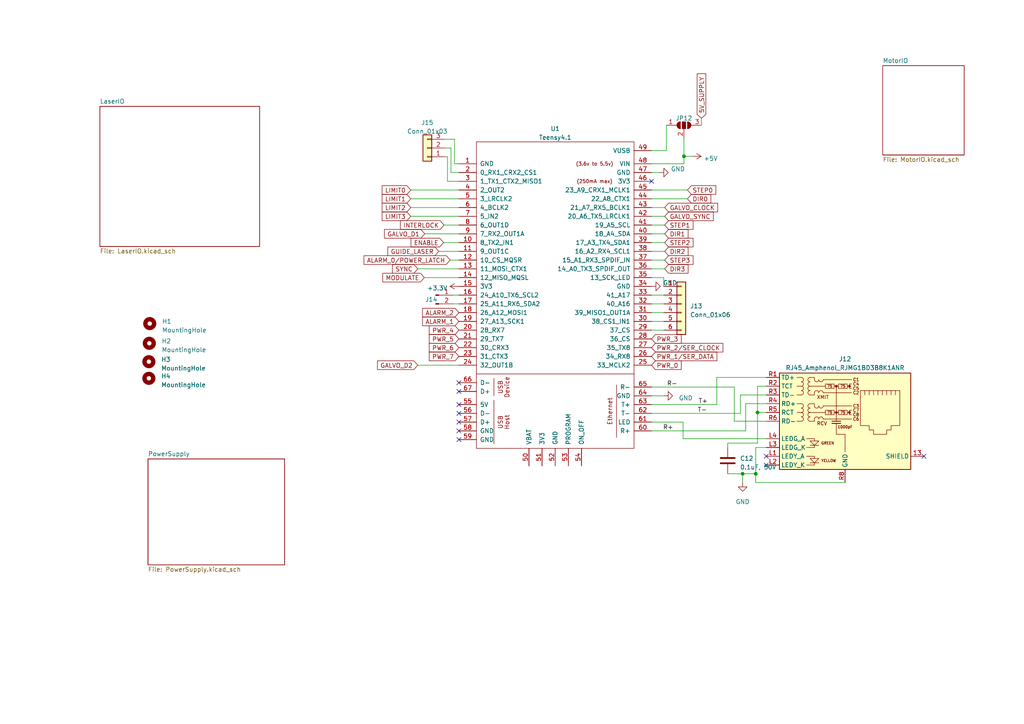
<source format=kicad_sch>
(kicad_sch (version 20230121) (generator eeschema)
  (paper "A4")
  (lib_symbols
    (symbol "LaserBoardR5:C" (pin_numbers hide) (pin_names (offset 0.254))
      (property "Reference" "C" (at 0.635 2.54 0))
      (property "Value" "C" (at 0.635 -2.54 0))
      (symbol "C_0_1"
        (polyline (pts (xy -2.032 -0.762) (xy 2.032 -0.762)) (stroke (width 0.508)))
        (polyline (pts (xy -2.032 0.762) (xy 2.032 0.762)) (stroke (width 0.508)))
      )
      (symbol "C_1_1"
        (pin passive line (at 0 3.81 270) (length 2.794) (name "~") (number "1"))
        (pin passive line (at 0 -3.81 90) (length 2.794) (name "~") (number "2"))
      )
    )
    (symbol "LaserBoardR5:Conn_01x02_Pin" (pin_names (offset 1.016) hide)
      (property "Reference" "J" (at 0 2.54 0))
      (property "Value" "Conn_01x02_Pin" (at 0 -5.08 0))
      (symbol "Conn_01x02_Pin_1_1"
        (polyline (pts (xy 1.27 -2.54) (xy 0.8636 -2.54)) (stroke (width 0.1524)))
        (polyline (pts (xy 1.27 0) (xy 0.8636 0)) (stroke (width 0.1524)))
        (rectangle (start 0.8636 -2.413) (end 0 -2.667) (stroke (width 0.1524)) (fill (type outline)))
        (rectangle (start 0.8636 0.127) (end 0 -0.127) (stroke (width 0.1524)) (fill (type outline)))
        (pin passive line (at 5.08 0 180) (length 3.81) (name "Pin_1") (number "1"))
        (pin passive line (at 5.08 -2.54 180) (length 3.81) (name "Pin_2") (number "2"))
      )
    )
    (symbol "LaserBoardR5:Conn_01x03" (pin_names (offset 1.016) hide)
      (property "Reference" "J" (at 0 5.08 0))
      (property "Value" "Conn_01x03" (at 0 -5.08 0))
      (symbol "Conn_01x03_1_1"
        (rectangle (start -1.27 -2.413) (end 0 -2.667) (stroke (width 0.1524)))
        (rectangle (start -1.27 0.127) (end 0 -0.127) (stroke (width 0.1524)))
        (rectangle (start -1.27 2.667) (end 0 2.413) (stroke (width 0.1524)))
        (rectangle (start -1.27 3.81) (end 1.27 -3.81) (stroke (width 0.254)) (fill (type background)))
        (pin passive line (at -5.08 2.54 0) (length 3.81) (name "Pin_1") (number "1"))
        (pin passive line (at -5.08 0 0) (length 3.81) (name "Pin_2") (number "2"))
        (pin passive line (at -5.08 -2.54 0) (length 3.81) (name "Pin_3") (number "3"))
      )
    )
    (symbol "LaserBoardR5:Conn_01x06" (pin_names (offset 1.016) hide)
      (property "Reference" "J" (at 0 7.62 0))
      (property "Value" "Conn_01x06" (at 0 -10.16 0))
      (symbol "Conn_01x06_1_1"
        (rectangle (start -1.27 -7.493) (end 0 -7.747) (stroke (width 0.1524)))
        (rectangle (start -1.27 -4.953) (end 0 -5.207) (stroke (width 0.1524)))
        (rectangle (start -1.27 -2.413) (end 0 -2.667) (stroke (width 0.1524)))
        (rectangle (start -1.27 0.127) (end 0 -0.127) (stroke (width 0.1524)))
        (rectangle (start -1.27 2.667) (end 0 2.413) (stroke (width 0.1524)))
        (rectangle (start -1.27 5.207) (end 0 4.953) (stroke (width 0.1524)))
        (rectangle (start -1.27 6.35) (end 1.27 -8.89) (stroke (width 0.254)) (fill (type background)))
        (pin passive line (at -5.08 5.08 0) (length 3.81) (name "Pin_1") (number "1"))
        (pin passive line (at -5.08 2.54 0) (length 3.81) (name "Pin_2") (number "2"))
        (pin passive line (at -5.08 0 0) (length 3.81) (name "Pin_3") (number "3"))
        (pin passive line (at -5.08 -2.54 0) (length 3.81) (name "Pin_4") (number "4"))
        (pin passive line (at -5.08 -5.08 0) (length 3.81) (name "Pin_5") (number "5"))
        (pin passive line (at -5.08 -7.62 0) (length 3.81) (name "Pin_6") (number "6"))
      )
    )
    (symbol "LaserBoardR5:MountingHole" (pin_names (offset 1.016))
      (property "Reference" "H" (at 0 5.08 0))
      (property "Value" "MountingHole" (at 0 3.175 0))
      (symbol "MountingHole_0_1"
        (circle (center 0 0) (radius 1.27) (stroke (width 1.27)))
      )
    )
    (symbol "LaserBoardR5:RJ45"
      (property "Reference" "J16" (at 0 18.034 0))
      (property "Value" "RJ45_Amphenol_RJMG1BD3B8K1ANR" (at 0 15.494 0))
      (symbol "RJ45_0_0"
        (circle (center -2.54 2.54) (radius 0.254) (stroke (width 0.254)) (fill (type outline)))
        (circle (center -2.54 10.16) (radius 0.254) (stroke (width 0.254)) (fill (type outline)))
        (polyline (pts (xy -7.62 -12.065) (xy -10.16 -12.065)))
        (polyline (pts (xy -7.62 -6.985) (xy -10.16 -6.985)))
        (polyline (pts (xy -2.54 10.16) (xy -2.54 0)))
        (polyline (pts (xy -1.27 -0.635) (xy -3.81 -0.635)) (stroke (width 0.254)))
        (polyline (pts (xy -1.27 0) (xy -3.81 0)) (stroke (width 0.254)))
        (polyline (pts (xy 1.27 2.54) (xy 0.635 2.54)))
        (polyline (pts (xy 1.27 10.16) (xy 0.635 10.16)))
        (polyline (pts (xy -11.176 -12.7) (xy -8.89 -12.7) (xy -8.89 -12.065)))
        (polyline (pts (xy -11.176 -10.16) (xy -8.89 -10.16) (xy -8.89 -10.795)))
        (polyline (pts (xy -11.176 -5.08) (xy -8.89 -5.08) (xy -8.89 -5.715)))
        (polyline (pts (xy -8.89 -6.985) (xy -8.89 -7.62) (xy -11.176 -7.62)))
        (polyline (pts (xy -10.16 -5.715) (xy -7.62 -5.715) (xy -8.89 -6.985) (xy -10.16 -5.715)))
        (polyline (pts (xy -7.62 -10.795) (xy -10.16 -10.795) (xy -8.89 -12.065) (xy -7.62 -10.795)))
        (polyline (pts (xy -2.54 -0.635) (xy -2.54 -3.81) (xy 0 -3.81) (xy 0 -8.89)))
        (polyline (pts (xy 1.905 3.175) (xy 1.27 3.175) (xy 1.27 1.905) (xy 1.905 1.905)))
        (polyline (pts (xy 1.905 10.795) (xy 1.27 10.795) (xy 1.27 9.525) (xy 1.905 9.525)))
        (circle (center 1.27 2.54) (radius 0.254) (stroke (width 0.254)) (fill (type outline)))
        (circle (center 1.27 10.16) (radius 0.254) (stroke (width 0.254)) (fill (type outline)))
        (text "1000pF" (at 0 -1.651 0) (effects (font (size 0.762 0.762))))
        (text "75" (at -4.445 2.54 0) (effects (font (size 0.762 0.762))))
        (text "75" (at -4.445 10.16 0) (effects (font (size 0.762 0.762))))
        (text "75" (at -0.635 2.54 0) (effects (font (size 0.762 0.762))))
        (text "75" (at -0.635 10.16 0) (effects (font (size 0.762 0.762))))
        (text "C1" (at 3.175 12.065 0) (effects (font (size 0.889 0.889))))
        (text "C2" (at 3.175 8.255 0) (effects (font (size 0.889 0.889))))
        (text "C3" (at 3.175 4.445 0) (effects (font (size 0.889 0.889))))
        (text "C4" (at 3.175 10.795 0) (effects (font (size 0.889 0.889))))
        (text "C5" (at 3.175 9.525 0) (effects (font (size 0.889 0.889))))
        (text "C6" (at 3.175 0.635 0) (effects (font (size 0.889 0.889))))
        (text "C7" (at 3.175 3.175 0) (effects (font (size 0.889 0.889))))
        (text "C8" (at 3.175 1.905 0) (effects (font (size 0.889 0.889))))
        (text "GREEN" (at -6.985 -6.35 0) (effects (font (size 0.762 0.762)) (justify left)))
        (text "RCV" (at -8.255 -0.635 0) (effects (font (size 1.016 1.016)) (justify left)))
        (text "XMIT" (at -8.255 6.985 0) (effects (font (size 1.016 1.016)) (justify left)))
        (text "YELLOW" (at -6.985 -11.43 0) (effects (font (size 0.762 0.762)) (justify left)))
      )
      (symbol "RJ45_0_1"
        (rectangle (start -19.05 -13.97) (end 19.05 13.97) (stroke (width 0.254)) (fill (type background)))
        (arc (start -12.7 0) (mid -12.0677 0.635) (end -12.7 1.27))
        (arc (start -12.7 1.27) (mid -12.0677 1.905) (end -12.7 2.54))
        (arc (start -12.7 2.54) (mid -12.0677 3.175) (end -12.7 3.81))
        (arc (start -12.7 3.81) (mid -12.0677 4.445) (end -12.7 5.08))
        (arc (start -12.7 7.62) (mid -12.0677 8.255) (end -12.7 8.89))
        (arc (start -12.7 8.89) (mid -12.0677 9.525) (end -12.7 10.16))
        (arc (start -12.7 10.16) (mid -12.0677 10.795) (end -12.7 11.43))
        (arc (start -12.7 11.43) (mid -12.0677 12.065) (end -12.7 12.7))
        (arc (start -10.16 1.27) (mid -10.7923 0.635) (end -10.16 0))
        (arc (start -10.16 2.54) (mid -10.7923 1.905) (end -10.16 1.27))
        (arc (start -10.16 3.81) (mid -10.7923 3.175) (end -10.16 2.54))
        (arc (start -10.16 5.08) (mid -10.7923 4.445) (end -10.16 3.81))
        (arc (start -10.16 8.89) (mid -10.7923 8.255) (end -10.16 7.62))
        (arc (start -10.16 10.16) (mid -10.7923 9.525) (end -10.16 8.89))
        (arc (start -10.16 11.43) (mid -10.7923 10.795) (end -10.16 10.16))
        (arc (start -10.16 12.7) (mid -10.7923 12.065) (end -10.16 11.43))
        (arc (start -8.89 4.445) (mid -8.255 3.8127) (end -7.62 4.445))
        (arc (start -8.89 12.065) (mid -8.255 11.4327) (end -7.62 12.065))
        (arc (start -7.62 0.635) (mid -8.255 1.2673) (end -8.89 0.635))
        (arc (start -7.62 4.445) (mid -6.985 3.8127) (end -6.35 4.445))
        (arc (start -7.62 8.255) (mid -8.255 8.8873) (end -8.89 8.255))
        (arc (start -7.62 12.065) (mid -6.985 11.4327) (end -6.35 12.065))
        (arc (start -6.35 0.635) (mid -6.985 1.2673) (end -7.62 0.635))
        (arc (start -6.35 8.255) (mid -6.985 8.8873) (end -7.62 8.255))
        (rectangle (start -5.715 3.175) (end -3.175 1.905))
        (rectangle (start -5.715 10.795) (end -3.175 9.525))
        (rectangle (start -1.905 3.175) (end 0.635 1.905))
        (rectangle (start -1.905 10.795) (end 0.635 9.525))
        (polyline (pts (xy -12.7 0) (xy -13.97 0)))
        (polyline (pts (xy -12.7 2.54) (xy -13.97 2.54)))
        (polyline (pts (xy -12.7 5.08) (xy -13.97 5.08)))
        (polyline (pts (xy -12.7 7.62) (xy -13.97 7.62)))
        (polyline (pts (xy -12.7 10.16) (xy -13.97 10.16)))
        (polyline (pts (xy -12.7 12.7) (xy -13.97 12.7)))
        (polyline (pts (xy -6.35 0.635) (xy 1.905 0.635)))
        (polyline (pts (xy -6.35 4.445) (xy 1.905 4.445)))
        (polyline (pts (xy -6.35 8.255) (xy 1.905 8.255)))
        (polyline (pts (xy -6.35 12.065) (xy 1.905 12.065)))
        (polyline (pts (xy -5.715 2.54) (xy -10.16 2.54)))
        (polyline (pts (xy -5.715 10.16) (xy -10.16 10.16)))
        (polyline (pts (xy -3.175 2.54) (xy -1.905 2.54)))
        (polyline (pts (xy -3.175 10.16) (xy -1.905 10.16)))
        (polyline (pts (xy 5.715 7.62) (xy 5.715 8.89)))
        (polyline (pts (xy 6.985 8.89) (xy 6.985 7.62)))
        (polyline (pts (xy 8.255 8.89) (xy 8.255 7.62)))
        (polyline (pts (xy 9.525 8.89) (xy 9.525 7.62)))
        (polyline (pts (xy 10.795 8.89) (xy 10.795 7.62)))
        (polyline (pts (xy 12.065 8.89) (xy 12.065 7.62)))
        (polyline (pts (xy 13.335 7.62) (xy 13.335 8.89)))
        (polyline (pts (xy 14.605 7.62) (xy 14.605 8.89)))
        (polyline (pts (xy -10.16 5.08) (xy -8.89 5.08) (xy -8.89 4.445)))
        (polyline (pts (xy -10.16 12.7) (xy -8.89 12.7) (xy -8.89 12.065)))
        (polyline (pts (xy -8.89 0.635) (xy -8.89 0) (xy -10.16 0)))
        (polyline (pts (xy -8.89 8.255) (xy -8.89 7.62) (xy -10.16 7.62)))
        (polyline (pts (xy 4.445 8.89) (xy 15.875 8.89) (xy 15.875 -1.27) (xy 13.335 -1.27) (xy 13.335 -2.54) (xy 12.065 -2.54) (xy 12.065 -3.81) (xy 8.255 -3.81) (xy 8.255 -2.54) (xy 6.985 -2.54) (xy 6.985 -1.27) (xy 4.445 -1.27) (xy 4.445 8.89)))
      )
      (symbol "RJ45_1_1"
        (pin passive line (at 22.86 -10.16 180) (length 3.81) (name "SHIELD") (number "13"))
        (pin passive line (at -22.86 -10.16 0) (length 3.81) (name "LEDY_A") (number "L1"))
        (pin passive line (at -22.86 -12.7 0) (length 3.81) (name "LEDY_K") (number "L2"))
        (pin passive line (at -22.86 -7.62 0) (length 3.81) (name "LEDG_K") (number "L3"))
        (pin passive line (at -22.86 -5.08 0) (length 3.81) (name "LEDG_A") (number "L4"))
        (pin passive line (at -22.86 12.7 0) (length 3.81) (name "TD+") (number "R1"))
        (pin passive line (at -22.86 10.16 0) (length 3.81) (name "TCT") (number "R2"))
        (pin passive line (at -22.86 7.62 0) (length 3.81) (name "TD-") (number "R3"))
        (pin passive line (at -22.86 5.08 0) (length 3.81) (name "RD+") (number "R4"))
        (pin passive line (at -22.86 2.54 0) (length 3.81) (name "RCT") (number "R5"))
        (pin passive line (at -22.86 0 0) (length 3.81) (name "RD-") (number "R6"))
        (pin no_connect line (at 5.08 -5.08 0) (length 0) hide (name "NC") (number "R7"))
        (pin power_in line (at 0 -17.78 90) (length 3.81) (name "GND") (number "R8"))
      )
    )
    (symbol "LaserBoardR5:SolderJumper_3_Open" (pin_names (offset 0) hide)
      (property "Reference" "JP" (at -2.54 -2.54 0))
      (property "Value" "SolderJumper_3_Open" (at 0 2.794 0))
      (symbol "SolderJumper_3_Open_0_1"
        (arc (start -1.016 1.016) (mid -2.0276 0) (end -1.016 -1.016))
        (arc (start -1.016 1.016) (mid -2.0276 0) (end -1.016 -1.016) (fill (type outline)))
        (rectangle (start -0.508 1.016) (end 0.508 -1.016) (fill (type outline)))
        (polyline (pts (xy -2.54 0) (xy -2.032 0)))
        (polyline (pts (xy -1.016 1.016) (xy -1.016 -1.016)))
        (polyline (pts (xy 0 -1.27) (xy 0 -1.016)))
        (polyline (pts (xy 1.016 1.016) (xy 1.016 -1.016)))
        (polyline (pts (xy 2.54 0) (xy 2.032 0)))
        (arc (start 1.016 -1.016) (mid 2.0276 0) (end 1.016 1.016))
        (arc (start 1.016 -1.016) (mid 2.0276 0) (end 1.016 1.016) (fill (type outline)))
      )
      (symbol "SolderJumper_3_Open_1_1"
        (pin passive line (at -5.08 0 0) (length 2.54) (name "A") (number "1"))
        (pin passive line (at 0 -3.81 90) (length 2.54) (name "C") (number "2"))
        (pin passive line (at 5.08 0 180) (length 2.54) (name "B") (number "3"))
      )
    )
    (symbol "LaserBoardR5:Teensy4.1" (pin_names (offset 1.016))
      (property "Reference" "U" (at 0 64.77 0))
      (property "Value" "Teensy4.1" (at 0 62.23 0))
      (symbol "Teensy4.1_0_0"
        (polyline (pts (xy -22.86 -6.35) (xy 22.86 -6.35)))
        (polyline (pts (xy -17.78 -26.67) (xy -17.78 -13.97)))
        (polyline (pts (xy -17.78 -7.62) (xy -17.78 -12.7)))
        (polyline (pts (xy 17.78 -9.525) (xy 17.78 -24.765)))
        (text "(250mA max)" (at 11.43 49.53 0) (effects (font (size 1.016 1.016))))
        (text "(3.6v to 5.5v)" (at 11.43 54.61 0) (effects (font (size 1.016 1.016))))
        (text "Device" (at -13.97 -10.16 900) (effects (font (size 1.27 1.27))))
        (text "Ethernet" (at 15.875 -17.145 900) (effects (font (size 1.27 1.27))))
        (text "Host" (at -13.97 -20.32 900) (effects (font (size 1.27 1.27))))
        (text "USB" (at -15.875 -20.32 900) (effects (font (size 1.27 1.27))))
        (text "USB" (at -15.875 -10.16 900) (effects (font (size 1.27 1.27))))
        (pin bidirectional line (at -27.94 31.75 0) (length 5.08) (name "8_TX2_IN1") (number "10"))
        (pin bidirectional line (at -27.94 29.21 0) (length 5.08) (name "9_OUT1C") (number "11"))
        (pin bidirectional line (at -27.94 26.67 0) (length 5.08) (name "10_CS_MQSR") (number "12"))
        (pin bidirectional line (at -27.94 24.13 0) (length 5.08) (name "11_MOSI_CTX1") (number "13"))
        (pin bidirectional line (at -27.94 21.59 0) (length 5.08) (name "12_MISO_MQSL") (number "14"))
        (pin power_in line (at -27.94 19.05 0) (length 5.08) (name "3V3") (number "15"))
        (pin bidirectional line (at -27.94 16.51 0) (length 5.08) (name "24_A10_TX6_SCL2") (number "16"))
        (pin bidirectional line (at -27.94 13.97 0) (length 5.08) (name "25_A11_RX6_SDA2") (number "17"))
        (pin bidirectional line (at -27.94 11.43 0) (length 5.08) (name "26_A12_MOSI1") (number "18"))
        (pin bidirectional line (at -27.94 8.89 0) (length 5.08) (name "27_A13_SCK1") (number "19"))
        (pin bidirectional line (at -27.94 6.35 0) (length 5.08) (name "28_RX7") (number "20"))
        (pin bidirectional line (at -27.94 3.81 0) (length 5.08) (name "29_TX7") (number "21"))
        (pin bidirectional line (at -27.94 1.27 0) (length 5.08) (name "30_CRX3") (number "22"))
        (pin bidirectional line (at -27.94 -1.27 0) (length 5.08) (name "31_CTX3") (number "23"))
        (pin bidirectional line (at -27.94 -3.81 0) (length 5.08) (name "32_OUT1B") (number "24"))
        (pin bidirectional line (at 27.94 -3.81 180) (length 5.08) (name "33_MCLK2") (number "25"))
        (pin bidirectional line (at 27.94 -1.27 180) (length 5.08) (name "34_RX8") (number "26"))
        (pin bidirectional line (at 27.94 1.27 180) (length 5.08) (name "35_TX8") (number "27"))
        (pin bidirectional line (at 27.94 3.81 180) (length 5.08) (name "36_CS") (number "28"))
        (pin bidirectional line (at 27.94 6.35 180) (length 5.08) (name "37_CS") (number "29"))
        (pin bidirectional line (at 27.94 8.89 180) (length 5.08) (name "38_CS1_IN1") (number "30"))
        (pin bidirectional line (at 27.94 11.43 180) (length 5.08) (name "39_MISO1_OUT1A") (number "31"))
        (pin bidirectional line (at 27.94 13.97 180) (length 5.08) (name "40_A16") (number "32"))
        (pin bidirectional line (at 27.94 16.51 180) (length 5.08) (name "41_A17") (number "33"))
        (pin bidirectional line (at 27.94 21.59 180) (length 5.08) (name "13_SCK_LED") (number "35"))
        (pin bidirectional line (at 27.94 24.13 180) (length 5.08) (name "14_A0_TX3_SPDIF_OUT") (number "36"))
        (pin bidirectional line (at 27.94 26.67 180) (length 5.08) (name "15_A1_RX3_SPDIF_IN") (number "37"))
        (pin bidirectional line (at 27.94 29.21 180) (length 5.08) (name "16_A2_RX4_SCL1") (number "38"))
        (pin bidirectional line (at 27.94 31.75 180) (length 5.08) (name "17_A3_TX4_SDA1") (number "39"))
        (pin bidirectional line (at 27.94 34.29 180) (length 5.08) (name "18_A4_SDA") (number "40"))
        (pin bidirectional line (at 27.94 36.83 180) (length 5.08) (name "19_A5_SCL") (number "41"))
        (pin bidirectional line (at 27.94 39.37 180) (length 5.08) (name "20_A6_TX5_LRCLK1") (number "42"))
        (pin bidirectional line (at 27.94 41.91 180) (length 5.08) (name "21_A7_RX5_BCLK1") (number "43"))
        (pin bidirectional line (at 27.94 44.45 180) (length 5.08) (name "22_A8_CTX1") (number "44"))
        (pin bidirectional line (at 27.94 46.99 180) (length 5.08) (name "23_A9_CRX1_MCLK1") (number "45"))
        (pin output line (at 27.94 49.53 180) (length 5.08) (name "3V3") (number "46"))
        (pin output line (at 27.94 52.07 180) (length 5.08) (name "GND") (number "47"))
        (pin power_in line (at 27.94 54.61 180) (length 5.08) (name "VIN") (number "48"))
        (pin power_out line (at 27.94 58.42 180) (length 5.08) (name "VUSB") (number "49"))
        (pin bidirectional line (at -27.94 44.45 0) (length 5.08) (name "3_LRCLK2") (number "5"))
        (pin power_in line (at -7.62 -33.02 90) (length 5.08) (name "VBAT") (number "50"))
        (pin power_in line (at -3.81 -33.02 90) (length 5.08) (name "3V3") (number "51"))
        (pin input line (at 0 -33.02 90) (length 5.08) (name "GND") (number "52"))
        (pin input line (at 3.81 -33.02 90) (length 5.08) (name "PROGRAM") (number "53"))
        (pin input line (at 7.62 -33.02 90) (length 5.08) (name "ON_OFF") (number "54"))
        (pin power_out line (at -27.94 -15.24 0) (length 5.08) (name "5V") (number "55"))
        (pin bidirectional line (at -27.94 -17.78 0) (length 5.08) (name "D-") (number "56"))
        (pin bidirectional line (at -27.94 -20.32 0) (length 5.08) (name "D+") (number "57"))
        (pin power_in line (at -27.94 -22.86 0) (length 5.08) (name "GND") (number "58"))
        (pin power_in line (at -27.94 -25.4 0) (length 5.08) (name "GND") (number "59"))
        (pin bidirectional line (at -27.94 41.91 0) (length 5.08) (name "4_BCLK2") (number "6"))
        (pin bidirectional line (at 27.94 -22.86 180) (length 5.08) (name "R+") (number "60"))
        (pin bidirectional line (at 27.94 -20.32 180) (length 5.08) (name "LED") (number "61"))
        (pin bidirectional line (at 27.94 -17.78 180) (length 5.08) (name "T-") (number "62"))
        (pin bidirectional line (at 27.94 -15.24 180) (length 5.08) (name "T+") (number "63"))
        (pin power_in line (at 27.94 -12.7 180) (length 5.08) (name "GND") (number "64"))
        (pin bidirectional line (at 27.94 -10.16 180) (length 5.08) (name "R-") (number "65"))
        (pin bidirectional line (at -27.94 -8.89 0) (length 5.08) (name "D-") (number "66"))
        (pin bidirectional line (at -27.94 -11.43 0) (length 5.08) (name "D+") (number "67"))
        (pin bidirectional line (at -27.94 39.37 0) (length 5.08) (name "5_IN2") (number "7"))
        (pin bidirectional line (at -27.94 36.83 0) (length 5.08) (name "6_OUT1D") (number "8"))
        (pin bidirectional line (at -27.94 34.29 0) (length 5.08) (name "7_RX2_OUT1A") (number "9"))
      )
      (symbol "Teensy4.1_0_1"
        (rectangle (start -22.86 60.96) (end 22.86 -27.94))
        (rectangle (start -20.32 -1.27) (end -20.32 -1.27))
      )
      (symbol "Teensy4.1_1_1"
        (pin power_in line (at -27.94 54.61 0) (length 5.08) (name "GND") (number "1"))
        (pin bidirectional line (at -27.94 52.07 0) (length 5.08) (name "0_RX1_CRX2_CS1") (number "2"))
        (pin bidirectional line (at -27.94 49.53 0) (length 5.08) (name "1_TX1_CTX2_MISO1") (number "3"))
        (pin power_in line (at 27.94 19.05 180) (length 5.08) (name "GND") (number "34"))
        (pin bidirectional line (at -27.94 46.99 0) (length 5.08) (name "2_OUT2") (number "4"))
      )
    )
    (symbol "power:+3.3V" (power) (pin_names (offset 0))
      (property "Value" "+3.3V" (at 0 3.556 0))
      (symbol "+3.3V_0_1"
        (polyline (pts (xy -0.762 1.27) (xy 0 2.54)))
        (polyline (pts (xy 0 0) (xy 0 2.54)))
        (polyline (pts (xy 0 2.54) (xy 0.762 1.27)))
      )
      (symbol "+3.3V_1_1"
        (pin power_in line (at 0 0 90) (length 0) hide (name "+3.3V") (number "1"))
      )
    )
    (symbol "power:+5V" (power) (pin_names (offset 0))
      (property "Value" "+5V" (at 0 3.556 0))
      (symbol "+5V_0_1"
        (polyline (pts (xy -0.762 1.27) (xy 0 2.54)))
        (polyline (pts (xy 0 0) (xy 0 2.54)))
        (polyline (pts (xy 0 2.54) (xy 0.762 1.27)))
      )
      (symbol "+5V_1_1"
        (pin power_in line (at 0 0 90) (length 0) hide (name "+5V") (number "1"))
      )
    )
    (symbol "power:GND" (power) (pin_names (offset 0))
      (property "Value" "GND" (at 0 -3.81 0))
      (symbol "GND_0_1"
        (polyline (pts (xy 0 0) (xy 0 -1.27) (xy 1.27 -1.27) (xy 0 -2.54) (xy -1.27 -1.27) (xy 0 -1.27)))
      )
      (symbol "GND_1_1"
        (pin power_in line (at 0 0 270) (length 0) hide (name "GND") (number "1"))
      )
    )
  )
  (junction (at 219.71 119.634))
  (junction (at 215.392 137.414))
  (junction (at 198.374 45.339))
  (junction (at 219.202 137.414))
  (no_connect (at 222.25 134.874))
  (no_connect (at 188.976 52.578))
  (no_connect (at 267.97 132.334))
  (no_connect (at 133.096 110.998))
  (no_connect (at 133.096 113.538))
  (no_connect (at 133.096 124.968))
  (no_connect (at 133.096 119.888))
  (no_connect (at 133.096 122.428))
  (no_connect (at 133.096 117.348))
  (no_connect (at 133.096 127.508))
  (no_connect (at 222.25 132.334))
  (wire (pts (xy 133.096 50.038) (xy 130.81 50.038)))
  (wire (pts (xy 198.374 47.498) (xy 198.374 45.339)))
  (wire (pts (xy 219.71 119.634) (xy 219.71 128.524)))
  (wire (pts (xy 130.81 50.038) (xy 130.81 42.926)))
  (wire (pts (xy 216.281 124.968) (xy 188.976 124.968)))
  (wire (pts (xy 188.976 93.218) (xy 192.532 93.218)))
  (wire (pts (xy 128.651 70.358) (xy 133.096 70.358)))
  (wire (pts (xy 214.757 119.888) (xy 214.757 114.554)))
  (wire (pts (xy 198.12 122.428) (xy 198.12 127.254)))
  (wire (pts (xy 211.074 137.414) (xy 215.392 137.414)))
  (wire (pts (xy 188.976 77.978) (xy 192.786 77.978)))
  (wire (pts (xy 219.71 119.634) (xy 222.25 119.634)))
  (wire (pts (xy 211.074 129.794) (xy 211.074 128.524)))
  (wire (pts (xy 198.12 127.254) (xy 222.25 127.254)))
  (wire (pts (xy 188.976 90.678) (xy 192.532 90.678)))
  (wire (pts (xy 222.25 129.794) (xy 219.202 129.794)))
  (wire (pts (xy 188.976 85.598) (xy 192.532 85.598)))
  (wire (pts (xy 188.976 114.808) (xy 192.532 114.808)))
  (wire (pts (xy 216.281 117.094) (xy 216.281 124.968)))
  (wire (pts (xy 207.899 117.348) (xy 207.899 109.474)))
  (wire (pts (xy 121.158 77.978) (xy 133.096 77.978)))
  (wire (pts (xy 188.976 88.138) (xy 192.532 88.138)))
  (wire (pts (xy 123.19 67.818) (xy 133.096 67.818)))
  (wire (pts (xy 188.976 75.438) (xy 192.786 75.438)))
  (wire (pts (xy 219.71 112.014) (xy 219.71 119.634)))
  (wire (pts (xy 214.757 114.554) (xy 222.25 114.554)))
  (wire (pts (xy 245.11 139.954) (xy 219.202 139.954)))
  (wire (pts (xy 207.899 109.474) (xy 222.25 109.474)))
  (wire (pts (xy 212.979 122.174) (xy 222.25 122.174)))
  (wire (pts (xy 198.374 45.339) (xy 198.374 40.132)))
  (wire (pts (xy 119.126 57.658) (xy 133.096 57.658)))
  (wire (pts (xy 121.158 105.918) (xy 133.096 105.918)))
  (wire (pts (xy 188.976 57.658) (xy 199.39 57.658)))
  (wire (pts (xy 119.126 62.738) (xy 133.096 62.738)))
  (wire (pts (xy 188.976 72.898) (xy 192.786 72.898)))
  (wire (pts (xy 188.976 117.348) (xy 207.899 117.348)))
  (wire (pts (xy 130.556 75.438) (xy 133.096 75.438)))
  (wire (pts (xy 188.976 62.738) (xy 192.786 62.738)))
  (wire (pts (xy 130.81 42.926) (xy 129.032 42.926)))
  (wire (pts (xy 133.096 65.278) (xy 128.778 65.278)))
  (wire (pts (xy 131.445 88.138) (xy 133.096 88.138)))
  (wire (pts (xy 131.445 85.598) (xy 133.096 85.598)))
  (wire (pts (xy 188.976 55.118) (xy 199.39 55.118)))
  (wire (pts (xy 211.074 128.524) (xy 219.71 128.524)))
  (wire (pts (xy 119.126 60.198) (xy 133.096 60.198)))
  (wire (pts (xy 188.976 43.688) (xy 193.294 43.688)))
  (wire (pts (xy 188.976 60.198) (xy 192.786 60.198)))
  (wire (pts (xy 129.794 52.578) (xy 129.794 45.466)))
  (wire (pts (xy 133.096 52.578) (xy 129.794 52.578)))
  (wire (pts (xy 131.826 40.386) (xy 129.032 40.386)))
  (wire (pts (xy 188.976 67.818) (xy 192.786 67.818)))
  (wire (pts (xy 222.25 112.014) (xy 219.71 112.014)))
  (wire (pts (xy 119.126 55.118) (xy 133.096 55.118)))
  (wire (pts (xy 188.976 70.358) (xy 192.786 70.358)))
  (wire (pts (xy 192.532 80.518) (xy 192.532 83.058)))
  (wire (pts (xy 198.374 45.339) (xy 200.787 45.339)))
  (wire (pts (xy 222.25 117.094) (xy 216.281 117.094)))
  (wire (pts (xy 188.976 112.268) (xy 212.979 112.268)))
  (wire (pts (xy 215.392 137.414) (xy 215.392 139.954)))
  (wire (pts (xy 188.976 47.498) (xy 198.374 47.498)))
  (wire (pts (xy 188.976 95.758) (xy 192.532 95.758)))
  (wire (pts (xy 212.979 112.268) (xy 212.979 122.174)))
  (wire (pts (xy 219.202 137.414) (xy 215.392 137.414)))
  (wire (pts (xy 129.794 45.466) (xy 129.032 45.466)))
  (wire (pts (xy 131.826 47.498) (xy 131.826 40.386)))
  (wire (pts (xy 123.063 80.518) (xy 133.096 80.518)))
  (wire (pts (xy 193.294 43.688) (xy 193.294 36.322)))
  (wire (pts (xy 188.976 122.428) (xy 198.12 122.428)))
  (wire (pts (xy 188.976 50.038) (xy 191.262 50.038)))
  (wire (pts (xy 133.096 47.498) (xy 131.826 47.498)))
  (wire (pts (xy 188.976 80.518) (xy 192.532 80.518)))
  (wire (pts (xy 203.454 34.29) (xy 203.454 36.322)))
  (wire (pts (xy 188.976 119.888) (xy 214.757 119.888)))
  (wire (pts (xy 188.976 65.278) (xy 192.786 65.278)))
  (wire (pts (xy 127.254 72.898) (xy 133.096 72.898)))
  (wire (pts (xy 219.202 129.794) (xy 219.202 137.414)))
  (wire (pts (xy 219.202 139.954) (xy 219.202 137.414)))
  (label "T-" (at 202.311 119.888 0))
  (label "R-" (at 193.421 112.268 0))
  (label "T+" (at 202.565 117.348 0))
  (label "R+" (at 192.278 124.968 0))
  (global_label "5V_SUPPLY" (shape input) (at 203.454 34.29 90) (property "Intersheetrefs" "${INTERSHEET_REFS}" (effects hide)))
  (global_label "PWR_5" (shape input) (at 133.096 98.298 180) (property "Intersheetrefs" "${INTERSHEET_REFS}" (effects hide)))
  (global_label "GALVO_D1" (shape input) (at 123.19 67.818 180) (property "Intersheetrefs" "${INTERSHEET_REFS}" (effects hide)))
  (global_label "ALARM_1" (shape input) (at 133.096 93.218 180) (property "Intersheetrefs" "${INTERSHEET_REFS}" (effects hide)))
  (global_label "DIR1" (shape input) (at 192.786 67.818 0) (property "Intersheetrefs" "${INTERSHEET_REFS}" (effects hide)))
  (global_label "GALVO_D2" (shape input) (at 121.158 105.918 180) (property "Intersheetrefs" "${INTERSHEET_REFS}" (effects hide)))
  (global_label "PWR_4" (shape input) (at 133.096 95.758 180) (property "Intersheetrefs" "${INTERSHEET_REFS}" (effects hide)))
  (global_label "DIR3" (shape input) (at 192.786 77.978 0) (property "Intersheetrefs" "${INTERSHEET_REFS}" (effects hide)))
  (global_label "ENABLE" (shape input) (at 128.651 70.358 180) (property "Intersheetrefs" "${INTERSHEET_REFS}" (effects hide)))
  (global_label "GUIDE_LASER" (shape input) (at 127.254 72.898 180) (property "Intersheetrefs" "${INTERSHEET_REFS}" (effects hide)))
  (global_label "GALVO_SYNC" (shape input) (at 192.786 62.738 0) (property "Intersheetrefs" "${INTERSHEET_REFS}" (effects hide)))
  (global_label "PWR_0" (shape input) (at 188.976 105.918 0) (property "Intersheetrefs" "${INTERSHEET_REFS}" (effects hide)))
  (global_label "ALARM_2" (shape input) (at 133.096 90.678 180) (property "Intersheetrefs" "${INTERSHEET_REFS}" (effects hide)))
  (global_label "PWR_3" (shape input) (at 188.976 98.298 0) (property "Intersheetrefs" "${INTERSHEET_REFS}" (effects hide)))
  (global_label "MODULATE" (shape input) (at 123.063 80.518 180) (property "Intersheetrefs" "${INTERSHEET_REFS}" (effects hide)))
  (global_label "STEP1" (shape input) (at 192.786 65.278 0) (property "Intersheetrefs" "${INTERSHEET_REFS}" (effects hide)))
  (global_label "LIMIT3" (shape input) (at 119.126 62.738 180) (property "Intersheetrefs" "${INTERSHEET_REFS}" (effects hide)))
  (global_label "PWR_6" (shape input) (at 133.096 100.838 180) (property "Intersheetrefs" "${INTERSHEET_REFS}" (effects hide)))
  (global_label "DIR2" (shape input) (at 192.786 72.898 0) (property "Intersheetrefs" "${INTERSHEET_REFS}" (effects hide)))
  (global_label "LIMIT0" (shape input) (at 119.126 55.118 180) (property "Intersheetrefs" "${INTERSHEET_REFS}" (effects hide)))
  (global_label "GALVO_CLOCK" (shape input) (at 192.786 60.198 0) (property "Intersheetrefs" "${INTERSHEET_REFS}" (effects hide)))
  (global_label "DIR0" (shape input) (at 199.39 57.658 0) (property "Intersheetrefs" "${INTERSHEET_REFS}" (effects hide)))
  (global_label "PWR_7" (shape input) (at 133.096 103.378 180) (property "Intersheetrefs" "${INTERSHEET_REFS}" (effects hide)))
  (global_label "ALARM_0{slash}POWER_LATCH" (shape input) (at 130.556 75.438 180) (property "Intersheetrefs" "${INTERSHEET_REFS}" (effects hide)))
  (global_label "STEP0" (shape input) (at 199.39 55.118 0) (property "Intersheetrefs" "${INTERSHEET_REFS}" (effects hide)))
  (global_label "PWR_2{slash}SER_CLOCK" (shape input) (at 188.976 100.838 0) (property "Intersheetrefs" "${INTERSHEET_REFS}" (effects hide)))
  (global_label "LIMIT2" (shape input) (at 119.126 60.198 180) (property "Intersheetrefs" "${INTERSHEET_REFS}" (effects hide)))
  (global_label "INTERLOCK" (shape input) (at 128.778 65.278 180) (property "Intersheetrefs" "${INTERSHEET_REFS}" (effects hide)))
  (global_label "STEP3" (shape input) (at 192.786 75.438 0) (property "Intersheetrefs" "${INTERSHEET_REFS}" (effects hide)))
  (global_label "PWR_1{slash}SER_DATA" (shape input) (at 188.976 103.378 0) (property "Intersheetrefs" "${INTERSHEET_REFS}" (effects hide)))
  (global_label "STEP2" (shape input) (at 192.786 70.358 0) (property "Intersheetrefs" "${INTERSHEET_REFS}" (effects hide)))
  (global_label "LIMIT1" (shape input) (at 119.126 57.658 180) (property "Intersheetrefs" "${INTERSHEET_REFS}" (effects hide)))
  (global_label "SYNC" (shape input) (at 121.158 77.978 180) (property "Intersheetrefs" "${INTERSHEET_REFS}" (effects hide)))
  (symbol (lib_id "LaserBoardR5:SolderJumper_3_Open") (at 198.374 36.322 0) (unit 1)
    (property "Reference" "JP12" (at 198.374 34.29 0))
    (property "Value" "Jumper 3 Position, Open" (effects hide))
    (property "Footprint" "LaserBoardR5:PinHeader_1x03_P2.54mm_Vertical" (effects hide))
    (property "Datasheet" "https://www.molex.com/content/dam/molex/molex-dot-com/products/automated/en-us/salesdrawingpdf/423/42375/022284034_sd.pdf" (effects hide))
    (property "MouserPN" "538-22-28-4034" (effects hide))
    (property "mpn" "22-28-4034" (effects hide))
  )
  (symbol (lib_id "power:GND") (at 192.532 114.808 90) (unit 1)
    (property "Reference" "#PWR059" (effects hide))
    (property "Value" "GND" (at 196.85 115.443 90) (effects (justify right)))
  )
  (symbol (lib_id "power:GND") (at 191.262 50.038 90) (unit 1)
    (property "Reference" "#PWR056" (effects hide))
    (property "Value" "GND" (at 194.564 49.022 90) (effects (justify right)))
  )
  (symbol (lib_id "LaserBoardR5:MountingHole") (at 43.434 93.853 0) (unit 1)
    (property "Reference" "H1" (at 46.99 93.218 0) (effects (justify left)))
    (property "Value" "MountingHole" (at 46.99 95.758 0) (effects (justify left)))
    (property "Footprint" "LaserBoardR5:MountingHole_3.2mm_M3_DIN965" (effects hide))
  )
  (symbol (lib_id "LaserBoardR5:MountingHole") (at 43.18 104.902 0) (unit 1)
    (property "Reference" "H3" (at 46.736 104.267 0) (effects (justify left)))
    (property "Value" "MountingHole" (at 46.736 106.807 0) (effects (justify left)))
    (property "Footprint" "LaserBoardR5:MountingHole_3.2mm_M3_DIN965" (effects hide))
  )
  (symbol (lib_id "LaserBoardR5:Conn_01x06") (at 197.612 88.138 0) (unit 1)
    (property "Reference" "J13" (at 200.152 88.773 0) (effects (justify left)))
    (property "Value" "Conn_01x06" (at 200.152 91.313 0) (effects (justify left)))
    (property "Footprint" "LaserBoardR5:PinHeader_1x06_P2.54mm_Vertical" (effects hide))
  )
  (symbol (lib_id "LaserBoardR5:Conn_01x02_Pin") (at 126.365 85.598 0) (unit 1)
    (property "Reference" "J14" (at 125.095 86.868 0))
    (property "Value" "Conn_01x02_Pin" (effects hide))
    (property "Footprint" "LaserBoardR5:PinHeader_1x02_P2.54mm_Vertical" (effects hide))
    (property "Datasheet" "https://www.molex.com/content/dam/molex/molex-dot-com/products/automated/en-us/salesdrawingpdf/423/42375/022284034_sd.pdf" (effects hide))
    (property "MouserPN" "538-22-28-4024" (effects hide))
    (property "mpn" "22-28-4024" (effects hide))
  )
  (symbol (lib_id "power:+5V") (at 200.787 45.339 270) (unit 1)
    (property "Reference" "#PWR055" (effects hide))
    (property "Value" "+5V" (at 204.089 45.974 90) (effects (justify left)))
  )
  (symbol (lib_id "LaserBoardR5:Conn_01x03") (at 123.952 42.926 180) (unit 1)
    (property "Reference" "J15" (at 123.952 35.56 0))
    (property "Value" "Conn_01x03" (at 123.952 38.1 0))
    (property "Footprint" "LaserBoardR5:PinHeader_1x03_P2.54mm_Vertical" (effects hide))
    (property "Datasheet" "https://www.molex.com/content/dam/molex/molex-dot-com/products/automated/en-us/salesdrawingpdf/423/42375/022284034_sd.pdf" (effects hide))
    (property "MouserPN" "538-22-28-4034" (effects hide))
    (property "mpn" "22-28-4034" (effects hide))
  )
  (symbol (lib_id "power:GND") (at 188.976 83.058 90) (unit 1)
    (property "Reference" "#PWR073" (effects hide))
    (property "Value" "GND" (at 192.278 82.042 90) (effects (justify right)))
  )
  (symbol (lib_id "power:+3.3V") (at 133.096 83.058 90) (unit 1)
    (property "Reference" "#PWR072" (effects hide))
    (property "Value" "+3.3V" (at 129.794 83.566 90) (effects (justify left)))
  )
  (symbol (lib_id "LaserBoardR5:MountingHole") (at 43.307 99.568 0) (unit 1)
    (property "Reference" "H2" (at 46.863 98.933 0) (effects (justify left)))
    (property "Value" "MountingHole" (at 46.863 101.473 0) (effects (justify left)))
    (property "Footprint" "LaserBoardR5:MountingHole_3.2mm_M3_DIN965" (effects hide))
  )
  (symbol (lib_id "LaserBoardR5:MountingHole") (at 43.18 109.728 0) (unit 1)
    (property "Reference" "H4" (at 46.736 109.093 0) (effects (justify left)))
    (property "Value" "MountingHole" (at 46.736 111.633 0) (effects (justify left)))
    (property "Footprint" "LaserBoardR5:MountingHole_3.2mm_M3_DIN965" (effects hide))
  )
  (symbol (lib_id "LaserBoardR5:RJ45") (at 245.11 122.174 0) (unit 1)
    (property "Reference" "J12" (at 245.11 104.14 0))
    (property "Value" "RJ45_Amphenol_RJMG1BD3B8K1ANR" (at 245.11 106.68 0))
    (property "Footprint" "LaserBoardR5:RJ45_Amphenol_RJMG1BD3B8K1ANR" (effects hide))
    (property "Datasheet" "https://www.amphenolcanada.com/ProductSearch/Drawings/AC/RJMG1BD3B8K1ANR.PDF" (effects hide))
    (property "MouserPN" "710-618015231321" (effects hide))
    (property "mpn" "618015231321" (effects hide))
  )
  (symbol (lib_id "LaserBoardR5:Teensy4.1") (at 161.036 102.108 0) (unit 1)
    (property "Reference" "U1" (at 161.036 37.338 0))
    (property "Value" "Teensy4.1" (at 161.036 39.878 0))
    (property "Footprint" "LaserBoardR5:Teensy41" (effects hide))
    (property "Datasheet" "https://www.pjrc.com/store/teensy41.html" (effects hide))
  )
  (symbol (lib_id "power:GND") (at 215.392 139.954 0) (unit 1)
    (property "Reference" "#PWR058" (effects hide))
    (property "Value" "GND" (at 215.392 145.542 0))
  )
  (symbol (lib_id "LaserBoardR5:C") (at 211.074 133.604 0) (unit 1)
    (property "Reference" "C12" (at 214.63 132.969 0) (effects (justify left)))
    (property "Value" "0.1uF, 50V" (at 214.63 135.509 0) (effects (justify left)))
    (property "Footprint" "LaserBoardR5:C_0603_1608Metric" (effects hide))
    (property "MouserPN" "80-C603C104K5RAC3121" (effects hide))
    (property "mpn" "C603C104K5RAC3121" (effects hide))
  )
  (sheet (at 256.032 19.05) (size 23.622 25.908) (stroke (width 0.1524))
    (property "Sheetname" "MotorIO" (at 256.032 18.3384 0) (effects (justify left bottom)))
    (property "Sheetfile" "MotorIO.kicad_sch" (at 256.032 45.5426 0) (effects (justify left top)))
  )
  (sheet (at 28.956 30.861) (size 46.355 40.64) (stroke (width 0.1524))
    (property "Sheetname" "LaserIO" (at 28.956 30.1494 0) (effects (justify left bottom)))
    (property "Sheetfile" "LaserIO.kicad_sch" (at 28.956 72.0856 0) (effects (justify left top)))
  )
  (sheet (at 42.926 133.096) (size 39.624 30.734) (stroke (width 0.1524))
    (property "Sheetname" "PowerSupply" (at 42.926 132.3844 0) (effects (justify left bottom)))
    (property "Sheetfile" "PowerSupply.kicad_sch" (at 42.926 164.4146 0) (effects (justify left top)))
  )
)
</source>
